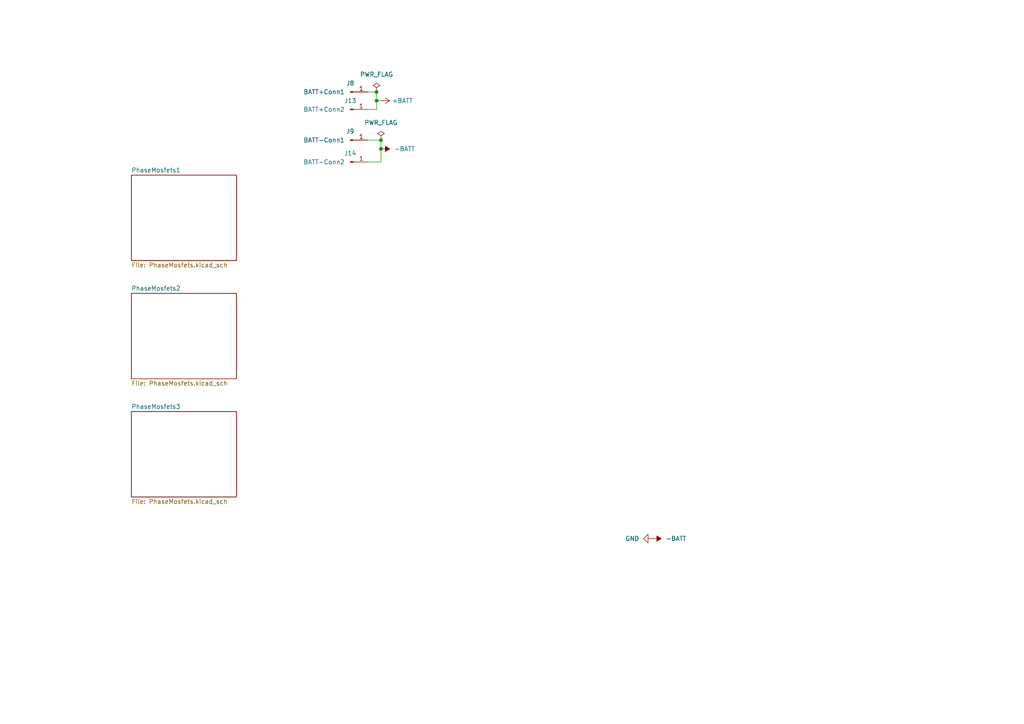
<source format=kicad_sch>
(kicad_sch (version 20230121) (generator eeschema)
  (paper "A4")
  (lib_symbols
    (symbol "Connector:Conn_01x01_Pin" (pin_names (offset 1.016) hide)
      (property "Reference" "J" (at 0 2.54 0))
      (property "Value" "Conn_01x01_Pin" (at 0 -2.54 0))
      (symbol "Conn_01x01_Pin_1_1"
        (polyline (pts (xy 1.27 0) (xy 0.8636 0)) (stroke (width 0.1524)))
        (rectangle (start 0.8636 0.127) (end 0 -0.127) (stroke (width 0.1524)) (fill (type outline)))
        (pin passive line (at 5.08 0 180) (length 3.81) (name "Pin_1") (number "1"))
      )
    )
    (symbol "power:+BATT" (power) (pin_names (offset 0))
      (property "Value" "+BATT" (at 0 3.556 0))
      (symbol "+BATT_0_1"
        (polyline (pts (xy -0.762 1.27) (xy 0 2.54)))
        (polyline (pts (xy 0 0) (xy 0 2.54)))
        (polyline (pts (xy 0 2.54) (xy 0.762 1.27)))
      )
      (symbol "+BATT_1_1"
        (pin power_in line (at 0 0 90) (length 0) hide (name "+BATT") (number "1"))
      )
    )
    (symbol "power:-BATT" (power) (pin_names (offset 0))
      (property "Value" "-BATT" (at 0 3.556 0))
      (symbol "-BATT_0_1"
        (polyline (pts (xy 0 0) (xy 0 2.54)))
        (polyline (pts (xy 0.762 1.27) (xy -0.762 1.27) (xy 0 2.54) (xy 0.762 1.27)) (fill (type outline)))
      )
      (symbol "-BATT_1_1"
        (pin power_in line (at 0 0 90) (length 0) hide (name "-BATT") (number "1"))
      )
    )
    (symbol "power:GND" (power) (pin_names (offset 0))
      (property "Value" "GND" (at 0 -3.81 0))
      (symbol "GND_0_1"
        (polyline (pts (xy 0 0) (xy 0 -1.27) (xy 1.27 -1.27) (xy 0 -2.54) (xy -1.27 -1.27) (xy 0 -1.27)))
      )
      (symbol "GND_1_1"
        (pin power_in line (at 0 0 270) (length 0) hide (name "GND") (number "1"))
      )
    )
    (symbol "power:PWR_FLAG" (power) (pin_numbers hide) (pin_names (offset 0) hide)
      (property "Value" "PWR_FLAG" (at 0 3.81 0))
      (symbol "PWR_FLAG_0_0"
        (pin power_out line (at 0 0 90) (length 0) (name "pwr") (number "1"))
      )
      (symbol "PWR_FLAG_0_1"
        (polyline (pts (xy 0 0) (xy 0 1.27) (xy -1.016 1.905) (xy 0 2.54) (xy 1.016 1.905) (xy 0 1.27)))
      )
    )
  )
  (junction (at 109.22 29.21))
  (junction (at 110.49 40.64))
  (junction (at 110.49 43.18))
  (junction (at 109.22 26.67))
  (wire (pts (xy 106.68 26.67) (xy 109.22 26.67)))
  (wire (pts (xy 106.68 46.99) (xy 110.49 46.99)))
  (wire (pts (xy 109.22 31.75) (xy 109.22 29.21)))
  (wire (pts (xy 106.68 40.64) (xy 110.49 40.64)))
  (wire (pts (xy 109.22 29.21) (xy 110.49 29.21)))
  (wire (pts (xy 110.49 40.64) (xy 110.49 43.18)))
  (wire (pts (xy 109.22 26.67) (xy 109.22 29.21)))
  (wire (pts (xy 110.49 46.99) (xy 110.49 43.18)))
  (wire (pts (xy 106.68 31.75) (xy 109.22 31.75)))
  (symbol (lib_id "power:-BATT") (at 110.49 43.18 270) (unit 1)
    (property "Reference" "#PWR02" (effects hide))
    (property "Value" "-BATT" (at 114.3 43.18 90) (effects (justify left)))
  )
  (symbol (lib_id "Connector:Conn_01x01_Pin") (at 101.6 46.99 0) (unit 1)
    (property "Reference" "J14" (at 101.6 44.45 0))
    (property "Value" "BATT-Conn2" (at 93.98 46.99 0))
    (property "Footprint" "Connector_Wire:SolderWirePad_1x01_SMD_5x10mm" (effects hide))
  )
  (symbol (lib_id "Connector:Conn_01x01_Pin") (at 101.6 31.75 0) (unit 1)
    (property "Reference" "J13" (at 101.6 29.21 0))
    (property "Value" "BATT+Conn2" (at 93.98 31.75 0))
    (property "Footprint" "Connector_Wire:SolderWirePad_1x01_SMD_5x10mm" (effects hide))
  )
  (symbol (lib_id "Connector:Conn_01x01_Pin") (at 101.6 40.64 0) (unit 1)
    (property "Reference" "J9" (at 101.6 38.1 0))
    (property "Value" "BATT-Conn1" (at 93.98 40.64 0))
    (property "Footprint" "Connector_Wire:SolderWirePad_1x01_SMD_5x10mm" (effects hide))
  )
  (symbol (lib_id "power:PWR_FLAG") (at 110.49 40.64 0) (unit 1)
    (property "Reference" "#FLG02" (effects hide))
    (property "Value" "PWR_FLAG" (at 110.49 35.56 0))
  )
  (symbol (lib_id "power:-BATT") (at 189.23 156.21 270) (unit 1)
    (property "Reference" "#PWR023" (effects hide))
    (property "Value" "-BATT" (at 193.04 156.21 90) (effects (justify left)))
  )
  (symbol (lib_id "power:+BATT") (at 110.49 29.21 270) (unit 1)
    (property "Reference" "#PWR01" (effects hide))
    (property "Value" "+BATT" (at 113.665 29.21 90) (effects (justify left)))
  )
  (symbol (lib_id "power:GND") (at 189.23 156.21 270) (unit 1)
    (property "Reference" "#PWR024" (effects hide))
    (property "Value" "GND" (at 185.42 156.21 90) (effects (justify right)))
  )
  (symbol (lib_id "power:PWR_FLAG") (at 109.22 26.67 0) (unit 1)
    (property "Reference" "#FLG01" (effects hide))
    (property "Value" "PWR_FLAG" (at 109.22 21.59 0))
  )
  (symbol (lib_id "Connector:Conn_01x01_Pin") (at 101.6 26.67 0) (unit 1)
    (property "Reference" "J8" (at 101.6 24.13 0))
    (property "Value" "BATT+Conn1" (at 93.98 26.67 0))
    (property "Footprint" "Connector_Wire:SolderWirePad_1x01_SMD_5x10mm" (effects hide))
  )
  (sheet (at 38.1 50.8) (size 30.48 24.765) (stroke (width 0.1524))
    (property "Sheetname" "PhaseMosfets1" (at 38.1 50.0884 0) (effects (justify left bottom)))
    (property "Sheetfile" "PhaseMosfets.kicad_sch" (at 38.1 76.1496 0) (effects (justify left top)))
  )
  (sheet (at 38.1 119.38) (size 30.48 24.765) (stroke (width 0.1524))
    (property "Sheetname" "PhaseMosfets3" (at 38.1 118.6684 0) (effects (justify left bottom)))
    (property "Sheetfile" "PhaseMosfets.kicad_sch" (at 38.1 144.7296 0) (effects (justify left top)))
  )
  (sheet (at 38.1 85.09) (size 30.48 24.765) (stroke (width 0.1524))
    (property "Sheetname" "PhaseMosfets2" (at 38.1 84.3784 0) (effects (justify left bottom)))
    (property "Sheetfile" "PhaseMosfets.kicad_sch" (at 38.1 110.4396 0) (effects (justify left top)))
  )
)
</source>
